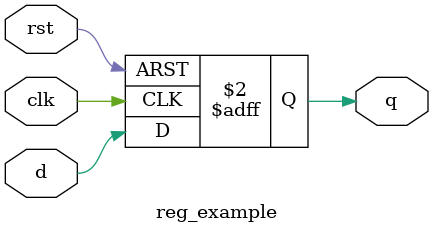
<source format=sv>
module reg_example(
  input logic clk,
  input logic rst,
  input logic d, 
  output logic q
);
  always_ff @(posedge clk or posedge rst) begin
    if(rst)
      q<=1'b0;
    else
      q<=d;
  end
endmodule

</source>
